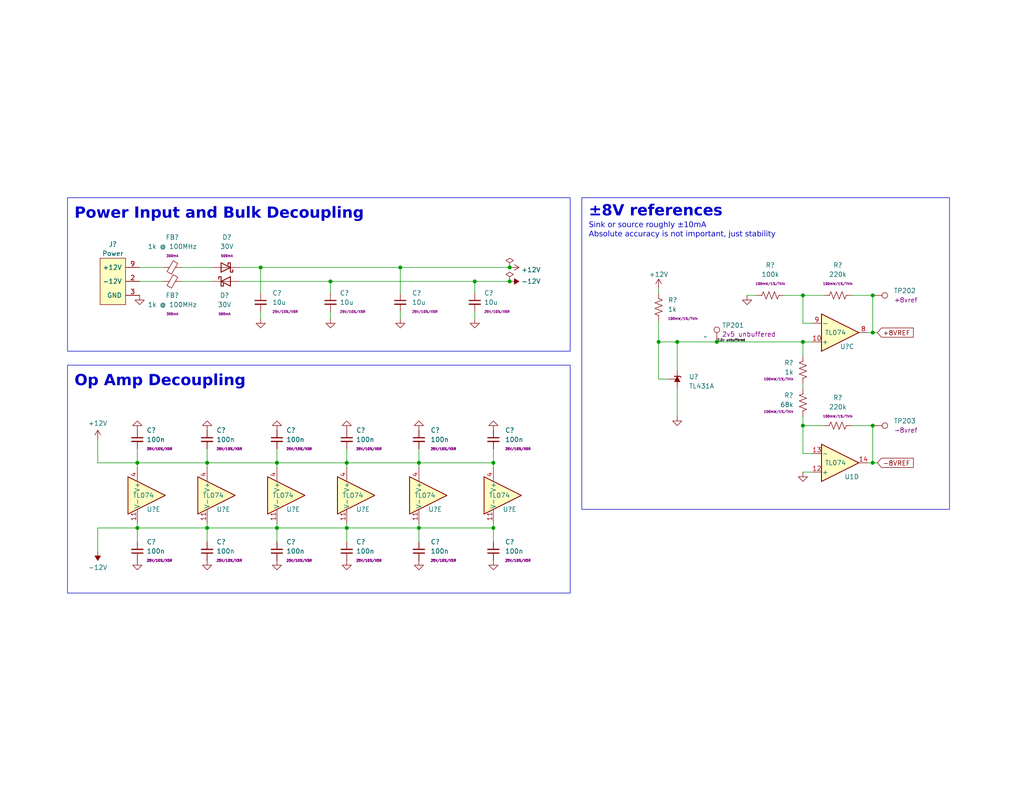
<source format=kicad_sch>
(kicad_sch (version 20250114) (generator "eeschema") (generator_version "9.0")
  (paper "USLetter")
  (title_block (title "Neptune") (date "2023-11-09") (rev "v3") (company "Winterbloom") (comment 1 "Carson Walls") (comment 2 "CERN-OHL-P v2") (comment 3 "neptune.wntr.dev"))
  (lib_symbols
    (symbol "Connector:TestPoint" (pin_numbers (hide yes)) (pin_names (offset 0.762) (hide yes))
      (property "Reference" "TP" (at 0 6.858 0))
      (property "Value" "TestPoint" (at 0 5.08 0))
      (symbol "TestPoint_0_1"
        (circle (center 0 3.302) (radius 0.762))
      )
      (symbol "TestPoint_1_1"
        (pin passive line (at 0 0 90) (length 2.54) (name "1") (number "1"))
      )
    )
    (symbol "Device:C_Small" (pin_numbers (hide yes)) (pin_names (offset 0.254) (hide yes))
      (property "Reference" "C" (at 0.254 1.778 0))
      (property "Value" "C_Small" (at 0.254 -2.032 0))
      (symbol "C_Small_0_1"
        (polyline (pts (xy -1.524 0.508) (xy 1.524 0.508)) (stroke (width 0.3048)))
        (polyline (pts (xy -1.524 -0.508) (xy 1.524 -0.508)) (stroke (width 0.3302)))
      )
      (symbol "C_Small_1_1"
        (pin passive line (at 0 2.54 270) (length 2.032) (name "~") (number "1"))
        (pin passive line (at 0 -2.54 90) (length 2.032) (name "~") (number "2"))
      )
    )
    (symbol "Device:FerriteBead_Small" (pin_numbers (hide yes)) (pin_names (offset 0))
      (property "Reference" "FB" (at 1.905 1.27 0))
      (property "Value" "FerriteBead_Small" (at 1.905 -1.27 0))
      (symbol "FerriteBead_Small_0_1"
        (polyline (pts (xy -1.8288 0.2794) (xy -1.1176 1.4986) (xy 1.8288 -0.2032) (xy 1.1176 -1.4224) (xy -1.8288 0.2794)))
        (polyline (pts (xy 0 0.889) (xy 0 1.2954)))
        (polyline (pts (xy 0 -1.27) (xy 0 -0.7874)))
      )
      (symbol "FerriteBead_Small_1_1"
        (pin passive line (at 0 2.54 270) (length 1.27) (name "~") (number "1"))
        (pin passive line (at 0 -2.54 90) (length 1.27) (name "~") (number "2"))
      )
    )
    (symbol "Device:R_US" (pin_numbers (hide yes)) (pin_names (offset 0))
      (property "Reference" "R" (at 2.54 0 90))
      (property "Value" "R_US" (at -2.54 0 90))
      (symbol "R_US_0_1"
        (polyline (pts (xy 0 2.286) (xy 0 2.54)))
        (polyline (pts (xy 0 2.286) (xy 1.016 1.905) (xy 0 1.524) (xy -1.016 1.143) (xy 0 0.762)))
        (polyline (pts (xy 0 0.762) (xy 1.016 0.381) (xy 0 0) (xy -1.016 -0.381) (xy 0 -0.762)))
        (polyline (pts (xy 0 -0.762) (xy 1.016 -1.143) (xy 0 -1.524) (xy -1.016 -1.905) (xy 0 -2.286)))
        (polyline (pts (xy 0 -2.286) (xy 0 -2.54)))
      )
      (symbol "R_US_1_1"
        (pin passive line (at 0 3.81 270) (length 1.27) (name "~") (number "1"))
        (pin passive line (at 0 -3.81 90) (length 1.27) (name "~") (number "2"))
      )
    )
    (symbol "Diode:1N5819" (pin_numbers (hide yes)) (pin_names (offset 1.016) (hide yes))
      (property "Reference" "D" (at 0 2.54 0))
      (property "Value" "1N5819" (at 0 -2.54 0))
      (symbol "1N5819_0_1"
        (polyline (pts (xy -1.905 0.635) (xy -1.905 1.27) (xy -1.27 1.27) (xy -1.27 -1.27) (xy -0.635 -1.27) (xy -0.635 -0.635)) (stroke (width 0.254)))
        (polyline (pts (xy 1.27 1.27) (xy 1.27 -1.27) (xy -1.27 0) (xy 1.27 1.27)) (stroke (width 0.254)))
        (polyline (pts (xy 1.27 0) (xy -1.27 0)))
      )
      (symbol "1N5819_1_1"
        (pin passive line (at -3.81 0 0) (length 2.54) (name "K") (number "1"))
        (pin passive line (at 3.81 0 180) (length 2.54) (name "A") (number "2"))
      )
    )
    (symbol "Reference_Voltage:TL431DBZ" (pin_numbers (hide yes)) (pin_names (hide yes))
      (property "Reference" "U" (at -2.54 2.54 0))
      (property "Value" "TL431DBZ" (at 0 -2.54 0))
      (symbol "TL431DBZ_0_1"
        (polyline (pts (xy -1.27 0) (xy 0 0) (xy 1.27 0)))
        (polyline (pts (xy -0.762 0.762) (xy 0.762 0) (xy -0.762 -0.762)) (fill (type outline)))
        (polyline (pts (xy 0.508 -1.016) (xy 0.762 -0.762) (xy 0.762 0.762) (xy 0.762 0.762)) (stroke (width 0.254)))
      )
      (symbol "TL431DBZ_1_1"
        (pin passive line (at -2.54 0 0) (length 2.54) (name "A") (number "3"))
        (pin passive line (at 0 2.54 270) (length 2.54) (name "REF") (number "2"))
        (pin passive line (at 2.54 0 180) (length 2.54) (name "K") (number "1"))
      )
    )
    (symbol "power:+12V" (power) (pin_names (offset 0))
      (property "Value" "+12V" (at 0 3.556 0))
      (symbol "+12V_0_1"
        (polyline (pts (xy -0.762 1.27) (xy 0 2.54)))
        (polyline (pts (xy 0 2.54) (xy 0.762 1.27)))
        (polyline (pts (xy 0 0) (xy 0 2.54)))
      )
      (symbol "+12V_1_1"
        (pin power_in line (at 0 0 90) (length 0) (hide yes) (name "+12V") (number "1"))
      )
    )
    (symbol "power:-12V" (power) (pin_names (offset 0))
      (property "Value" "-12V" (at 0 3.81 0))
      (symbol "-12V_0_0"
        (pin power_in line (at 0 0 90) (length 0) (hide yes) (name "-12V") (number "1"))
      )
      (symbol "-12V_0_1"
        (polyline (pts (xy 0 0) (xy 0 1.27) (xy 0.762 1.27) (xy 0 2.54) (xy -0.762 1.27) (xy 0 1.27)) (fill (type outline)))
      )
    )
    (symbol "power:GND" (power) (pin_names (offset 0))
      (property "Value" "GND" (at 0 -3.81 0))
      (symbol "GND_0_1"
        (polyline (pts (xy 0 0) (xy 0 -1.27) (xy 1.27 -1.27) (xy 0 -2.54) (xy -1.27 -1.27) (xy 0 -1.27)))
      )
      (symbol "GND_1_1"
        (pin power_in line (at 0 0 270) (length 0) (hide yes) (name "GND") (number "1"))
      )
    )
    (symbol "power:PWR_FLAG" (power) (pin_numbers (hide yes)) (pin_names (offset 0) (hide yes))
      (property "Value" "PWR_FLAG" (at 0 3.81 0))
      (symbol "PWR_FLAG_0_0"
        (pin power_out line (at 0 0 90) (length 0) (name "pwr") (number "1"))
      )
      (symbol "PWR_FLAG_0_1"
        (polyline (pts (xy 0 0) (xy 0 1.27) (xy -1.016 1.905) (xy 0 2.54) (xy 1.016 1.905) (xy 0 1.27)))
      )
    )
    (symbol "winterbloom:Eurorack_Power" (pin_names (offset 1.016))
      (property "Reference" "J" (at -0.635 7.62 0))
      (property "Value" "Eurorack_Power" (at 0 -7.62 0))
      (symbol "Eurorack_Power_0_1"
        (rectangle (start -3.175 6.35) (end 3.81 -6.35) (fill (type background)))
      )
      (symbol "Eurorack_Power_1_1"
        (pin passive line (at 7.62 3.81 180) (length 3.81) (hide yes) (name "+12V") (number "10"))
        (pin power_out line (at 7.62 3.81 180) (length 3.81) (name "+12V") (number "9"))
        (pin power_out line (at 7.62 0 180) (length 3.81) (hide yes) (name "-12V") (number "1"))
        (pin passive line (at 7.62 0 180) (length 3.81) (name "-12V") (number "2"))
        (pin power_out line (at 7.62 -3.81 180) (length 3.81) (name "GND") (number "3"))
        (pin passive line (at 7.62 -3.81 180) (length 3.81) (hide yes) (name "GND") (number "4"))
        (pin passive line (at 7.62 -3.81 180) (length 3.81) (hide yes) (name "GND") (number "5"))
        (pin passive line (at 7.62 -3.81 180) (length 3.81) (hide yes) (name "GND") (number "6"))
        (pin passive line (at 7.62 -3.81 180) (length 3.81) (hide yes) (name "GND") (number "7"))
        (pin passive line (at 7.62 -3.81 180) (length 3.81) (hide yes) (name "GND") (number "8"))
      )
    )
    (symbol "winterbloom:TL074" (pin_names (offset 0.127))
      (property "Reference" "U" (at 0 3.81 0))
      (property "Value" "TL074" (at 0 -3.81 0))
      (symbol "TL074_1_1"
        (polyline (pts (xy -5.08 5.08) (xy 5.08 0) (xy -5.08 -5.08) (xy -5.08 5.08)) (stroke (width 0.254)) (fill (type background)))
        (pin input line (at -7.62 2.54 0) (length 2.54) (name "+") (number "3"))
        (pin input line (at -7.62 -2.54 0) (length 2.54) (name "-") (number "2"))
        (pin output line (at 7.62 0 180) (length 2.54) (name "~") (number "1"))
      )
      (symbol "TL074_2_1"
        (polyline (pts (xy -5.08 5.08) (xy 5.08 0) (xy -5.08 -5.08) (xy -5.08 5.08)) (stroke (width 0.254)) (fill (type background)))
        (pin input line (at -7.62 2.54 0) (length 2.54) (name "+") (number "5"))
        (pin input line (at -7.62 -2.54 0) (length 2.54) (name "-") (number "6"))
        (pin output line (at 7.62 0 180) (length 2.54) (name "~") (number "7"))
      )
      (symbol "TL074_3_1"
        (polyline (pts (xy -5.08 5.08) (xy 5.08 0) (xy -5.08 -5.08) (xy -5.08 5.08)) (stroke (width 0.254)) (fill (type background)))
        (pin input line (at -7.62 2.54 0) (length 2.54) (name "+") (number "10"))
        (pin input line (at -7.62 -2.54 0) (length 2.54) (name "-") (number "9"))
        (pin output line (at 7.62 0 180) (length 2.54) (name "~") (number "8"))
      )
      (symbol "TL074_4_1"
        (polyline (pts (xy -5.08 5.08) (xy 5.08 0) (xy -5.08 -5.08) (xy -5.08 5.08)) (stroke (width 0.254)) (fill (type background)))
        (pin input line (at -7.62 2.54 0) (length 2.54) (name "+") (number "12"))
        (pin input line (at -7.62 -2.54 0) (length 2.54) (name "-") (number "13"))
        (pin output line (at 7.62 0 180) (length 2.54) (name "~") (number "14"))
      )
      (symbol "TL074_5_1"
        (polyline (pts (xy -5.08 5.08) (xy 5.08 0) (xy -5.08 -5.08) (xy -5.08 5.08)) (stroke (width 0.254)) (fill (type background)))
        (pin power_in line (at -2.54 7.62 270) (length 3.81) (name "V+") (number "4"))
        (pin power_in line (at -2.54 -7.62 90) (length 3.81) (name "V-") (number "11"))
      )
    )
  )
  (rectangle (start 18.415 99.695) (end 155.575 161.925))
  (rectangle (start 18.415 53.975) (end 155.575 95.885))
  (rectangle (start 158.75 53.975) (end 259.08 139.065))
  (text "Sink or source roughly ±10mA\nAbsolute accuracy is not important, just stability\n" (at 160.655 65.405 0) (effects (font (size 1.5 1.5)) (justify left bottom)))
  (text "Op Amp Decoupling" (at 20.32 106.68 0) (effects (font (size 3 3) (thickness 0.508) (bold yes)) (justify left bottom)))
  (text "Power Input and Bulk Decoupling" (at 20.32 60.96 0) (effects (font (size 3 3) (thickness 0.508) (bold yes)) (justify left bottom)))
  (text "±8V references" (at 160.655 60.325 0) (effects (font (size 3 3) (thickness 0.508) (bold yes)) (justify left bottom)))
  (junction (at 238.125 90.805))
  (junction (at 75.565 126.365))
  (junction (at 129.54 76.835))
  (junction (at 195.58 93.345))
  (junction (at 134.62 126.365))
  (junction (at 56.515 144.145))
  (junction (at 179.705 93.345))
  (junction (at 94.615 126.365))
  (junction (at 139.065 76.835))
  (junction (at 109.22 73.025))
  (junction (at 90.17 76.835))
  (junction (at 71.12 73.025))
  (junction (at 75.565 144.145))
  (junction (at 238.125 80.645))
  (junction (at 56.515 126.365))
  (junction (at 114.3 126.365))
  (junction (at 238.125 126.365))
  (junction (at 184.785 93.345))
  (junction (at 94.615 144.145))
  (junction (at 219.075 116.205))
  (junction (at 238.125 116.205))
  (junction (at 219.075 80.645))
  (junction (at 219.075 93.345))
  (junction (at 134.62 144.145))
  (junction (at 114.3 144.145))
  (junction (at 37.465 144.145))
  (junction (at 37.465 126.365))
  (junction (at 139.065 73.025))
  (wire (pts (xy 94.615 126.365) (xy 114.3 126.365)))
  (wire (pts (xy 219.075 123.825) (xy 219.075 116.205)))
  (wire (pts (xy 56.515 122.555) (xy 56.515 126.365)))
  (wire (pts (xy 184.785 93.345) (xy 184.785 100.965)))
  (wire (pts (xy 75.565 122.555) (xy 75.565 126.365)))
  (wire (pts (xy 26.67 144.145) (xy 26.67 150.495)))
  (wire (pts (xy 71.12 73.025) (xy 71.12 80.01)))
  (wire (pts (xy 37.465 126.365) (xy 56.515 126.365)))
  (wire (pts (xy 90.17 76.835) (xy 90.17 80.01)))
  (wire (pts (xy 134.62 142.875) (xy 134.62 144.145)))
  (wire (pts (xy 56.515 144.145) (xy 56.515 147.955)))
  (wire (pts (xy 56.515 126.365) (xy 56.515 127.635)))
  (wire (pts (xy 56.515 144.145) (xy 75.565 144.145)))
  (wire (pts (xy 37.465 144.145) (xy 37.465 147.955)))
  (wire (pts (xy 129.54 76.835) (xy 139.065 76.835)))
  (wire (pts (xy 49.53 73.025) (xy 57.785 73.025)))
  (wire (pts (xy 221.615 123.825) (xy 219.075 123.825)))
  (wire (pts (xy 232.41 116.205) (xy 238.125 116.205)))
  (wire (pts (xy 65.405 73.025) (xy 71.12 73.025)))
  (wire (pts (xy 71.12 73.025) (xy 109.22 73.025)))
  (wire (pts (xy 37.465 126.365) (xy 37.465 127.635)))
  (wire (pts (xy 182.245 103.505) (xy 179.705 103.505)))
  (wire (pts (xy 114.3 142.875) (xy 114.3 144.145)))
  (wire (pts (xy 94.615 126.365) (xy 94.615 127.635)))
  (wire (pts (xy 75.565 144.145) (xy 94.615 144.145)))
  (wire (pts (xy 114.3 144.145) (xy 114.3 147.955)))
  (wire (pts (xy 203.835 80.645) (xy 206.375 80.645)))
  (wire (pts (xy 37.465 122.555) (xy 37.465 126.365)))
  (wire (pts (xy 219.075 93.345) (xy 219.075 97.155)))
  (wire (pts (xy 179.705 87.63) (xy 179.705 93.345)))
  (wire (pts (xy 238.125 90.805) (xy 236.855 90.805)))
  (wire (pts (xy 75.565 144.145) (xy 75.565 147.955)))
  (wire (pts (xy 38.1 73.025) (xy 44.45 73.025)))
  (wire (pts (xy 129.54 86.995) (xy 129.54 85.09)))
  (wire (pts (xy 56.515 142.875) (xy 56.515 144.145)))
  (wire (pts (xy 238.125 126.365) (xy 236.855 126.365)))
  (wire (pts (xy 219.075 116.205) (xy 219.075 113.665)))
  (wire (pts (xy 134.62 144.145) (xy 134.62 147.955)))
  (wire (pts (xy 37.465 144.145) (xy 37.465 142.875)))
  (wire (pts (xy 114.3 122.555) (xy 114.3 126.365)))
  (wire (pts (xy 219.075 80.645) (xy 224.79 80.645)))
  (wire (pts (xy 219.075 116.205) (xy 224.79 116.205)))
  (wire (pts (xy 134.62 126.365) (xy 134.62 127.635)))
  (wire (pts (xy 219.075 128.905) (xy 221.615 128.905)))
  (wire (pts (xy 109.22 73.025) (xy 139.065 73.025)))
  (wire (pts (xy 114.3 144.145) (xy 134.62 144.145)))
  (wire (pts (xy 238.125 126.365) (xy 239.395 126.365)))
  (wire (pts (xy 129.54 76.835) (xy 129.54 80.01)))
  (wire (pts (xy 26.67 120.015) (xy 26.67 126.365)))
  (wire (pts (xy 114.3 126.365) (xy 114.3 127.635)))
  (wire (pts (xy 94.615 144.145) (xy 114.3 144.145)))
  (wire (pts (xy 49.53 76.835) (xy 57.785 76.835)))
  (wire (pts (xy 219.075 88.265) (xy 219.075 80.645)))
  (wire (pts (xy 232.41 80.645) (xy 238.125 80.645)))
  (wire (pts (xy 179.705 93.345) (xy 184.785 93.345)))
  (wire (pts (xy 195.58 93.345) (xy 219.075 93.345)))
  (wire (pts (xy 71.12 86.995) (xy 71.12 85.09)))
  (wire (pts (xy 109.22 86.995) (xy 109.22 85.09)))
  (wire (pts (xy 238.125 90.805) (xy 239.395 90.805)))
  (wire (pts (xy 109.22 73.025) (xy 109.22 80.01)))
  (wire (pts (xy 75.565 142.875) (xy 75.565 144.145)))
  (wire (pts (xy 65.405 76.835) (xy 90.17 76.835)))
  (wire (pts (xy 38.1 76.835) (xy 44.45 76.835)))
  (wire (pts (xy 26.67 144.145) (xy 37.465 144.145)))
  (wire (pts (xy 134.62 122.555) (xy 134.62 126.365)))
  (wire (pts (xy 90.17 76.835) (xy 129.54 76.835)))
  (wire (pts (xy 26.67 126.365) (xy 37.465 126.365)))
  (wire (pts (xy 75.565 126.365) (xy 94.615 126.365)))
  (wire (pts (xy 219.075 93.345) (xy 221.615 93.345)))
  (wire (pts (xy 213.995 80.645) (xy 219.075 80.645)))
  (wire (pts (xy 75.565 126.365) (xy 75.565 127.635)))
  (wire (pts (xy 184.785 93.345) (xy 195.58 93.345)))
  (wire (pts (xy 238.125 116.205) (xy 238.125 126.365)))
  (wire (pts (xy 238.125 80.645) (xy 238.125 90.805)))
  (wire (pts (xy 114.3 126.365) (xy 134.62 126.365)))
  (wire (pts (xy 37.465 144.145) (xy 56.515 144.145)))
  (wire (pts (xy 184.785 106.045) (xy 184.785 113.665)))
  (wire (pts (xy 94.615 144.145) (xy 94.615 147.955)))
  (wire (pts (xy 179.705 103.505) (xy 179.705 93.345)))
  (wire (pts (xy 94.615 122.555) (xy 94.615 126.365)))
  (wire (pts (xy 219.075 104.775) (xy 219.075 106.045)))
  (wire (pts (xy 179.705 78.74) (xy 179.705 80.01)))
  (wire (pts (xy 90.17 86.995) (xy 90.17 85.09)))
  (wire (pts (xy 56.515 126.365) (xy 75.565 126.365)))
  (wire (pts (xy 219.075 88.265) (xy 221.615 88.265)))
  (wire (pts (xy 94.615 142.875) (xy 94.615 144.145)))
  (label "2.5v unbuffered" (at 195.58 93.345 0) (effects (font (size 0.64 0.64))))
  (global_label "+8VREF" (shape input) (at 239.395 90.805 0) (property "Intersheetrefs" "${INTERSHEET_REFS}" (effects (hide yes))))
  (global_label "-8VREF" (shape input) (at 239.395 126.365 0) (property "Intersheetrefs" "${INTERSHEET_REFS}" (effects (hide yes))))
  (symbol (lib_id "winterbloom:TL074") (at 59.055 135.255 0) (unit 5)
    (property "Reference" "U2" (at 59.055 139.065 0) (effects (justify left)))
    (property "Value" "TL074" (at 55.245 135.255 0) (effects (justify left)))
    (property "Footprint" "Package_SO:TSSOP-14_4.4x5mm_P0.65mm" (effects (hide yes)))
    (property "Datasheet" "https://www.ti.com/lit/ds/symlink/tl071.pdf" (effects (hide yes)))
    (property "MPN" "TL074HIPWR" (effects (hide yes)))
    (property "DigiKey" "296-TL074HIPWRCT-ND" (effects (hide yes)))
    (property "LCSC" "C4370424" (effects (hide yes)))
    (property "Substitutes Allowed" "No" (effects (hide yes)))
    (property "Notes" "TL074H over TL074C due to better input offset voltage" (effects (hide yes)))
    (instances (project "VCA_0.3" (path "" (reference "U?") (unit 5))) (project "mainboard" (path "" (reference "U2") (unit 5))) (project "VCA" (path "" (reference "U?") (unit 5)) (path "" (reference "U?") (unit 5))))
  )
  (symbol (lib_id "Device:C_Small") (at 71.12 82.55 0) (unit 1)
    (property "Reference" "C201" (at 74.295 80.0163 0) (effects (justify left)))
    (property "Value" "10u" (at 74.295 82.5563 0) (effects (justify left)))
    (property "Footprint" "winterbloom:C_0805_HandSolder" (effects (hide yes)))
    (property "Notes" "Bulk cap" (effects (hide yes)))
    (property "Rating" "25V/10%/X5R" (at 74.295 85.0963 0) (effects (font (size 0.64 0.64)) (justify left)))
    (property "MPN" "GRM21BR61E106KA73K" (effects (hide yes)))
    (property "DigiKey" "490-16824-1-ND" (effects (hide yes)))
    (property "LCSC" "C3909351" (effects (hide yes)))
    (property "Substitutes Allowed" "Yes" (effects (hide yes)))
    (instances (project "board" (path "" (reference "C?") (unit 1))) (project "mainboard" (path "" (reference "C201") (unit 1))))
  )
  (symbol (lib_id "Diode:1N5819") (at 61.595 76.835 0) (unit 1)
    (property "Reference" "D202" (at 61.2775 80.645 0))
    (property "Value" "30V" (at 61.2775 83.185 0))
    (property "Footprint" "winterbloom:D_SOD-123+SOD-123F" (effects (hide yes)))
    (property "Datasheet" "http://www.vishay.com/docs/88525/1n5817.pdf" (effects (hide yes)))
    (property "Notes" "Power diode, any PMEGxxxxEGW part, 500mA If" (effects (hide yes)))
    (property "Rating" "500mA" (at 61.2775 85.725 0) (effects (font (size 0.64 0.64))))
    (property "MPN" "PMEG4005EH,115" (effects (hide yes)))
    (property "DigiKey" "1727-3876-1-ND" (effects (hide yes)))
    (property "LCSC" "C133636" (effects (hide yes)))
    (property "Substitutes Allowed" "Ask" (effects (hide yes)))
    (instances (project "board" (path "" (reference "D?") (unit 1))) (project "mainboard" (path "" (reference "D202") (unit 1))))
  )
  (symbol (lib_id "Device:C_Small") (at 94.615 150.495 0) (mirror x) (unit 1)
    (property "Reference" "C213" (at 97.155 147.955 0) (effects (justify left)))
    (property "Value" "100n" (at 97.155 150.495 0) (effects (justify left)))
    (property "Footprint" "winterbloom:C_0603_HandSolder" (effects (hide yes)))
    (property "Notes" "Bypass cap" (effects (hide yes)))
    (property "Rating" "25V/10%/X5R" (at 97.155 153.035 0) (effects (font (size 0.64 0.64)) (justify left)))
    (property "MPN" "CL10B104KB8NNNC" (effects (hide yes)))
    (property "DigiKey" "1276-1000-2-ND" (effects (hide yes)))
    (property "LCSC" "C1591" (effects (hide yes)))
    (property "Substitutes Allowed" "Yes" (effects (hide yes)))
    (instances (project "board" (path "" (reference "C?") (unit 1))) (project "mainboard" (path "" (reference "C213") (unit 1))) (project "VCA" (path "" (reference "C?") (unit 1)) (path "" (reference "C?") (unit 1))))
  )
  (symbol (lib_id "Reference_Voltage:TL431DBZ") (at 184.785 103.505 90) (unit 1)
    (property "Reference" "U201" (at 187.96 102.87 90) (effects (justify right)))
    (property "Value" "TL431A" (at 187.96 105.41 90) (effects (justify right)))
    (property "Footprint" "Package_TO_SOT_SMD:SOT-23" (effects (hide yes)))
    (property "Datasheet" "http://www.ti.com/lit/ds/symlink/tl431.pdf" (effects (hide yes)))
    (property "MPN" "TL431BSA-7, TL431AQDBZR,215; " (effects (hide yes)))
    (property "Rating" "1%" (effects (hide yes)))
    (property "DigiKey" "1727-4260-1-ND" (effects (hide yes)))
    (property "LCSC" "C79737" (effects (hide yes)))
    (property "Substitutes Allowed" "No" (effects (hide yes)))
    (instances (project "VCA_0.3" (path "" (reference "U?") (unit 1))) (project "mainboard" (path "" (reference "U201") (unit 1))) (project "VCA" (path "" (reference "U?") (unit 1)) (path "" (reference "U?") (unit 1))))
  )
  (symbol (lib_id "Device:C_Small") (at 134.62 150.495 0) (mirror x) (unit 1)
    (property "Reference" "C217" (at 137.795 147.955 0) (effects (justify left)))
    (property "Value" "100n" (at 137.795 150.495 0) (effects (justify left)))
    (property "Footprint" "winterbloom:C_0603_HandSolder" (effects (hide yes)))
    (property "Notes" "Bypass cap" (effects (hide yes)))
    (property "Rating" "25V/10%/X5R" (at 137.795 153.035 0) (effects (font (size 0.64 0.64)) (justify left)))
    (property "MPN" "CL10B104KB8NNNC" (effects (hide yes)))
    (property "DigiKey" "1276-1000-2-ND" (effects (hide yes)))
    (property "LCSC" "C1591" (effects (hide yes)))
    (property "Substitutes Allowed" "Yes" (effects (hide yes)))
    (instances (project "board" (path "" (reference "C?") (unit 1))) (project "mainboard" (path "" (reference "C217") (unit 1))) (project "VCA" (path "" (reference "C?") (unit 1)) (path "" (reference "C?") (unit 1))))
  )
  (symbol (lib_id "power:GND") (at 56.515 117.475 180) (unit 1)
    (property "Reference" "#PWR0206" (effects (hide yes)))
    (property "Value" "GND" (effects (hide yes)))
    (instances (project "board" (path "" (reference "#PWR?") (unit 1))) (project "mainboard" (path "" (reference "#PWR0206") (unit 1))) (project "VCA" (path "" (reference "#PWR?") (unit 1)) (path "" (reference "#PWR?") (unit 1))))
  )
  (symbol (lib_id "Device:R_US") (at 219.075 100.965 0) (mirror y) (unit 1)
    (property "Reference" "R203" (at 216.535 99.06 0) (effects (justify left)))
    (property "Value" "1k" (at 216.535 101.6 0) (effects (justify left)))
    (property "Footprint" "winterbloom:R_0603_HandSolder" (effects (hide yes)))
    (property "Rating" "100mW/1%/Thin" (at 216.535 103.505 0) (effects (font (size 0.64 0.64)) (justify left)))
    (property "DigiKey" "YAG2323TR-ND" (effects (hide yes)))
    (property "LCSC" "C375503" (effects (hide yes)))
    (property "Substitutes Allowed" "Yes" (effects (hide yes)))
    (property "MPN" "RT0603FRE071KL" (effects (hide yes)))
    (instances (project "board" (path "" (reference "R?") (unit 1))) (project "mainboard" (path "" (reference "R203") (unit 1))) (project "VCA" (path "" (reference "R?") (unit 1)) (path "" (reference "R?") (unit 1))))
  )
  (symbol (lib_id "power:GND") (at 203.835 80.645 0) (mirror y) (unit 1)
    (property "Reference" "#PWR0224" (effects (hide yes)))
    (property "Value" "GND" (effects (hide yes)))
    (instances (project "board" (path "" (reference "#PWR?") (unit 1))) (project "mainboard" (path "" (reference "#PWR0224") (unit 1))) (project "VCA" (path "" (reference "#PWR?") (unit 1)) (path "" (reference "#PWR?") (unit 1))))
  )
  (symbol (lib_id "power:GND") (at 134.62 117.475 180) (unit 1)
    (property "Reference" "#PWR0220" (effects (hide yes)))
    (property "Value" "GND" (effects (hide yes)))
    (instances (project "board" (path "" (reference "#PWR?") (unit 1))) (project "mainboard" (path "" (reference "#PWR0220") (unit 1))) (project "VCA" (path "" (reference "#PWR?") (unit 1)) (path "" (reference "#PWR?") (unit 1))))
  )
  (symbol (lib_id "winterbloom:TL074") (at 229.235 90.805 0) (mirror x) (unit 3)
    (property "Reference" "U1" (at 231.14 94.615 0))
    (property "Value" "TL074" (at 227.965 90.805 0))
    (property "Footprint" "Package_SO:TSSOP-14_4.4x5mm_P0.65mm" (effects (hide yes)))
    (property "Datasheet" "https://www.ti.com/lit/ds/symlink/tl071.pdf" (effects (hide yes)))
    (property "MPN" "TL074HIPWR" (effects (hide yes)))
    (property "DigiKey" "296-TL074HIPWRCT-ND" (effects (hide yes)))
    (property "LCSC" "C4370424" (effects (hide yes)))
    (property "Substitutes Allowed" "No" (effects (hide yes)))
    (property "Notes" "TL074H over TL074C due to better input offset voltage" (effects (hide yes)))
    (instances (project "VCA_0.3" (path "" (reference "U?") (unit 3))) (project "mainboard" (path "" (reference "U1") (unit 3))) (project "VCA" (path "" (reference "U?") (unit 3)) (path "" (reference "U?") (unit 3))))
  )
  (symbol (lib_id "Device:C_Small") (at 90.17 82.55 0) (unit 1)
    (property "Reference" "C202" (at 92.71 80.0163 0) (effects (justify left)))
    (property "Value" "10u" (at 92.71 82.5563 0) (effects (justify left)))
    (property "Footprint" "winterbloom:C_0805_HandSolder" (effects (hide yes)))
    (property "Notes" "Bulk cap" (effects (hide yes)))
    (property "Rating" "25V/10%/X5R" (at 92.71 85.0963 0) (effects (font (size 0.64 0.64)) (justify left)))
    (property "MPN" "GRM21BR61E106KA73K" (effects (hide yes)))
    (property "DigiKey" "490-16824-1-ND" (effects (hide yes)))
    (property "LCSC" "C3909351" (effects (hide yes)))
    (property "Substitutes Allowed" "Yes" (effects (hide yes)))
    (instances (project "board" (path "" (reference "C?") (unit 1))) (project "mainboard" (path "" (reference "C202") (unit 1))))
  )
  (symbol (lib_id "Device:C_Small") (at 37.465 120.015 0) (mirror y) (unit 1)
    (property "Reference" "C206" (at 40.005 117.4813 0) (effects (justify right)))
    (property "Value" "100n" (at 40.005 120.0213 0) (effects (justify right)))
    (property "Footprint" "winterbloom:C_0603_HandSolder" (effects (hide yes)))
    (property "Notes" "Bypass cap" (effects (hide yes)))
    (property "Rating" "25V/10%/X5R" (at 40.005 122.5613 0) (effects (font (size 0.64 0.64)) (justify right)))
    (property "MPN" "CL10B104KB8NNNC" (effects (hide yes)))
    (property "DigiKey" "1276-1000-2-ND" (effects (hide yes)))
    (property "LCSC" "C1591" (effects (hide yes)))
    (property "Substitutes Allowed" "Yes" (effects (hide yes)))
    (instances (project "board" (path "" (reference "C?") (unit 1))) (project "mainboard" (path "" (reference "C206") (unit 1))) (project "VCA" (path "" (reference "C?") (unit 1)) (path "" (reference "C?") (unit 1))))
  )
  (symbol (lib_id "Device:C_Small") (at 75.565 120.015 0) (mirror y) (unit 1)
    (property "Reference" "C210" (at 78.105 117.4813 0) (effects (justify right)))
    (property "Value" "100n" (at 78.105 120.0213 0) (effects (justify right)))
    (property "Footprint" "winterbloom:C_0603_HandSolder" (effects (hide yes)))
    (property "Notes" "Bypass cap" (effects (hide yes)))
    (property "Rating" "25V/10%/X5R" (at 78.105 122.5613 0) (effects (font (size 0.64 0.64)) (justify right)))
    (property "MPN" "CL10B104KB8NNNC" (effects (hide yes)))
    (property "DigiKey" "1276-1000-2-ND" (effects (hide yes)))
    (property "LCSC" "C1591" (effects (hide yes)))
    (property "Substitutes Allowed" "Yes" (effects (hide yes)))
    (instances (project "board" (path "" (reference "C?") (unit 1))) (project "mainboard" (path "" (reference "C210") (unit 1))) (project "VCA" (path "" (reference "C?") (unit 1)) (path "" (reference "C?") (unit 1))))
  )
  (symbol (lib_id "Device:FerriteBead_Small") (at 46.99 76.835 270) (unit 1)
    (property "Reference" "FB202" (at 47.0281 80.645 90))
    (property "Value" "1k @ 100MHz" (at 47.0281 83.185 90))
    (property "Footprint" "winterbloom:L_0603_HandSolder" (effects (hide yes)))
    (property "Rating" "300mA" (at 47.0281 85.725 90) (effects (font (size 0.64 0.64))))
    (property "MPN" "BLM18BD121SN1D" (effects (hide yes)))
    (property "DigiKey" "490-5212-1-ND" (effects (hide yes)))
    (property "LCSC" "C97851" (effects (hide yes)))
    (property "Substitutes Allowed" "Ask" (effects (hide yes)))
    (instances (project "board" (path "" (reference "FB?") (unit 1))) (project "mainboard" (path "" (reference "FB202") (unit 1))))
  )
  (symbol (lib_id "winterbloom:TL074") (at 78.105 135.255 0) (unit 5)
    (property "Reference" "U3" (at 78.105 139.065 0) (effects (justify left)))
    (property "Value" "TL074" (at 74.295 135.255 0) (effects (justify left)))
    (property "Footprint" "Package_SO:TSSOP-14_4.4x5mm_P0.65mm" (effects (hide yes)))
    (property "Datasheet" "https://www.ti.com/lit/ds/symlink/tl071.pdf" (effects (hide yes)))
    (property "MPN" "TL074HIPWR" (effects (hide yes)))
    (property "DigiKey" "296-TL074HIPWRCT-ND" (effects (hide yes)))
    (property "LCSC" "C4370424" (effects (hide yes)))
    (property "Substitutes Allowed" "No" (effects (hide yes)))
    (property "Notes" "TL074H over TL074C due to better input offset voltage" (effects (hide yes)))
    (instances (project "VCA_0.3" (path "" (reference "U?") (unit 5))) (project "mainboard" (path "" (reference "U3") (unit 5))) (project "VCA" (path "" (reference "U?") (unit 5)) (path "" (reference "U?") (unit 5))))
  )
  (symbol (lib_id "power:PWR_FLAG") (at 139.065 73.025 0) (unit 1)
    (property "Reference" "#FLG0201" (effects (hide yes)))
    (property "Value" "PWR_FLAG" (effects (hide yes)))
    (instances (project "board" (path "" (reference "#FLG?") (unit 1))) (project "mainboard" (path "" (reference "#FLG0201") (unit 1))))
  )
  (symbol (lib_id "power:GND") (at 114.3 153.035 0) (unit 1)
    (property "Reference" "#PWR0216" (effects (hide yes)))
    (property "Value" "GND" (effects (hide yes)))
    (instances (project "board" (path "" (reference "#PWR?") (unit 1))) (project "mainboard" (path "" (reference "#PWR0216") (unit 1))) (project "VCA" (path "" (reference "#PWR?") (unit 1)) (path "" (reference "#PWR?") (unit 1))))
  )
  (symbol (lib_id "winterbloom:TL074") (at 116.84 135.255 0) (unit 5)
    (property "Reference" "U5" (at 116.84 139.065 0) (effects (justify left)))
    (property "Value" "TL074" (at 113.03 135.255 0) (effects (justify left)))
    (property "Footprint" "Package_SO:TSSOP-14_4.4x5mm_P0.65mm" (effects (hide yes)))
    (property "Datasheet" "https://www.ti.com/lit/ds/symlink/tl071.pdf" (effects (hide yes)))
    (property "MPN" "TL074HIPWR" (effects (hide yes)))
    (property "DigiKey" "296-TL074HIPWRCT-ND" (effects (hide yes)))
    (property "LCSC" "C4370424" (effects (hide yes)))
    (property "Substitutes Allowed" "No" (effects (hide yes)))
    (property "Notes" "TL074H over TL074C due to better input offset voltage" (effects (hide yes)))
    (instances (project "VCA_0.3" (path "" (reference "U?") (unit 5))) (project "mainboard" (path "" (reference "U5") (unit 5))) (project "VCA" (path "" (reference "U?") (unit 5)) (path "" (reference "U?") (unit 5))))
  )
  (symbol (lib_id "winterbloom:TL074") (at 137.16 135.255 0) (unit 5)
    (property "Reference" "U6" (at 137.16 139.065 0) (effects (justify left)))
    (property "Value" "TL074" (at 133.35 135.255 0) (effects (justify left)))
    (property "Footprint" "Package_SO:TSSOP-14_4.4x5mm_P0.65mm" (effects (hide yes)))
    (property "Datasheet" "https://www.ti.com/lit/ds/symlink/tl071.pdf" (effects (hide yes)))
    (property "MPN" "TL074HIPWR" (effects (hide yes)))
    (property "DigiKey" "296-TL074HIPWRCT-ND" (effects (hide yes)))
    (property "LCSC" "C4370424" (effects (hide yes)))
    (property "Substitutes Allowed" "No" (effects (hide yes)))
    (property "Notes" "TL074H over TL074C due to better input offset voltage" (effects (hide yes)))
    (instances (project "VCA_0.3" (path "" (reference "U?") (unit 5))) (project "mainboard" (path "" (reference "U6") (unit 5))) (project "VCA" (path "" (reference "U?") (unit 5)) (path "" (reference "U?") (unit 5))))
  )
  (symbol (lib_id "Connector:TestPoint") (at 238.125 116.205 270) (unit 1)
    (property "Reference" "TP203" (at 243.84 114.935 90) (effects (justify left)))
    (property "Value" "~" (at 244.475 117.475 90) (effects (justify left)))
    (property "Footprint" "TestPoint:TestPoint_Pad_D1.5mm" (effects (hide yes)))
    (property "Name" "-8vref" (at 243.84 117.475 90) (effects (justify left)))
  )
  (symbol (lib_id "power:+12V") (at 179.705 78.74 0) (unit 1)
    (property "Reference" "#PWR0222" (effects (hide yes)))
    (property "Value" "+12V" (at 179.705 74.93 0))
    (instances (project "VCA_0.3" (path "" (reference "#PWR?") (unit 1))) (project "mainboard" (path "" (reference "#PWR0222") (unit 1))) (project "VCA" (path "" (reference "#PWR?") (unit 1)) (path "" (reference "#PWR?") (unit 1))))
  )
  (symbol (lib_id "power:+12V") (at 139.065 73.025 270) (unit 1)
    (property "Reference" "#PWR0218" (effects (hide yes)))
    (property "Value" "+12V" (at 142.24 73.66 90) (effects (justify left)))
    (instances (project "board" (path "" (reference "#PWR?") (unit 1))) (project "mainboard" (path "" (reference "#PWR0218") (unit 1))))
  )
  (symbol (lib_id "power:GND") (at 56.515 153.035 0) (unit 1)
    (property "Reference" "#PWR0207" (effects (hide yes)))
    (property "Value" "GND" (effects (hide yes)))
    (instances (project "board" (path "" (reference "#PWR?") (unit 1))) (project "mainboard" (path "" (reference "#PWR0207") (unit 1))) (project "VCA" (path "" (reference "#PWR?") (unit 1)) (path "" (reference "#PWR?") (unit 1))))
  )
  (symbol (lib_id "power:+12V") (at 26.67 120.015 0) (unit 1)
    (property "Reference" "#PWR0201" (effects (hide yes)))
    (property "Value" "+12V" (at 26.67 115.57 0))
    (instances (project "VCA_0.3" (path "" (reference "#PWR?") (unit 1))) (project "mainboard" (path "" (reference "#PWR0201") (unit 1))) (project "VCA" (path "" (reference "#PWR?") (unit 1)) (path "" (reference "#PWR?") (unit 1))))
  )
  (symbol (lib_id "Device:C_Small") (at 37.465 150.495 0) (mirror x) (unit 1)
    (property "Reference" "C207" (at 40.005 147.955 0) (effects (justify left)))
    (property "Value" "100n" (at 40.005 150.495 0) (effects (justify left)))
    (property "Footprint" "winterbloom:C_0603_HandSolder" (effects (hide yes)))
    (property "Notes" "Bypass cap" (effects (hide yes)))
    (property "Rating" "25V/10%/X5R" (at 40.005 153.035 0) (effects (font (size 0.64 0.64)) (justify left)))
    (property "MPN" "CL10B104KB8NNNC" (effects (hide yes)))
    (property "DigiKey" "1276-1000-2-ND" (effects (hide yes)))
    (property "LCSC" "C1591" (effects (hide yes)))
    (property "Substitutes Allowed" "Yes" (effects (hide yes)))
    (instances (project "board" (path "" (reference "C?") (unit 1))) (project "mainboard" (path "" (reference "C207") (unit 1))) (project "VCA" (path "" (reference "C?") (unit 1)) (path "" (reference "C?") (unit 1))))
  )
  (symbol (lib_id "power:-12V") (at 139.065 76.835 270) (unit 1)
    (property "Reference" "#PWR0219" (effects (hide yes)))
    (property "Value" "-12V" (at 142.24 76.835 90) (effects (justify left)))
    (instances (project "board" (path "" (reference "#PWR?") (unit 1))) (project "mainboard" (path "" (reference "#PWR0219") (unit 1))))
  )
  (symbol (lib_id "power:GND") (at 75.565 153.035 0) (unit 1)
    (property "Reference" "#PWR0210" (effects (hide yes)))
    (property "Value" "GND" (effects (hide yes)))
    (instances (project "board" (path "" (reference "#PWR?") (unit 1))) (project "mainboard" (path "" (reference "#PWR0210") (unit 1))) (project "VCA" (path "" (reference "#PWR?") (unit 1)) (path "" (reference "#PWR?") (unit 1))))
  )
  (symbol (lib_id "Diode:1N5819") (at 61.595 73.025 180) (unit 1)
    (property "Reference" "D201" (at 61.9125 64.77 0))
    (property "Value" "30V" (at 61.9125 67.31 0))
    (property "Footprint" "winterbloom:D_SOD-123+SOD-123F" (effects (hide yes)))
    (property "Datasheet" "http://www.vishay.com/docs/88525/1n5817.pdf" (effects (hide yes)))
    (property "Notes" "Power diode, any PMEGxxxxEGW part, 500mA If" (effects (hide yes)))
    (property "Rating" "500mA" (at 61.9125 69.85 0) (effects (font (size 0.64 0.64))))
    (property "MPN" "PMEG4005EH,115" (effects (hide yes)))
    (property "DigiKey" "1727-3876-1-ND" (effects (hide yes)))
    (property "LCSC" "C133636" (effects (hide yes)))
    (property "Substitutes Allowed" "Ask" (effects (hide yes)))
    (instances (project "board" (path "" (reference "D?") (unit 1))) (project "mainboard" (path "" (reference "D201") (unit 1))))
  )
  (symbol (lib_id "Device:R_US") (at 228.6 116.205 270) (unit 1)
    (property "Reference" "R206" (at 228.6 108.585 90))
    (property "Value" "220k" (at 228.6 111.125 90))
    (property "Footprint" "winterbloom:R_0603_HandSolder" (effects (hide yes)))
    (property "Rating" "100mW/1%/Thin" (at 228.6 113.665 90) (effects (font (size 0.64 0.64))))
    (property "DigiKey" "YAG5946CT-ND" (effects (hide yes)))
    (property "LCSC" "C706140" (effects (hide yes)))
    (property "Substitutes Allowed" "Yes" (effects (hide yes)))
    (property "MPN" "RT0603FRE07220KL" (effects (hide yes)))
    (instances (project "board" (path "" (reference "R?") (unit 1))) (project "mainboard" (path "" (reference "R206") (unit 1))) (project "VCA" (path "" (reference "R?") (unit 1)) (path "" (reference "R?") (unit 1))))
  )
  (symbol (lib_id "Device:C_Small") (at 134.62 120.015 0) (mirror y) (unit 1)
    (property "Reference" "C216" (at 137.795 117.4813 0) (effects (justify right)))
    (property "Value" "100n" (at 137.795 120.0213 0) (effects (justify right)))
    (property "Footprint" "winterbloom:C_0603_HandSolder" (effects (hide yes)))
    (property "Notes" "Bypass cap" (effects (hide yes)))
    (property "Rating" "25V/10%/X5R" (at 137.795 122.5613 0) (effects (font (size 0.64 0.64)) (justify right)))
    (property "MPN" "CL10B104KB8NNNC" (effects (hide yes)))
    (property "DigiKey" "1276-1000-2-ND" (effects (hide yes)))
    (property "LCSC" "C1591" (effects (hide yes)))
    (property "Substitutes Allowed" "Yes" (effects (hide yes)))
    (instances (project "board" (path "" (reference "C?") (unit 1))) (project "mainboard" (path "" (reference "C216") (unit 1))) (project "VCA" (path "" (reference "C?") (unit 1)) (path "" (reference "C?") (unit 1))))
  )
  (symbol (lib_id "power:GND") (at 90.17 86.995 0) (unit 1)
    (property "Reference" "#PWR0211" (effects (hide yes)))
    (property "Value" "GND" (effects (hide yes)))
    (instances (project "board" (path "" (reference "#PWR?") (unit 1))) (project "mainboard" (path "" (reference "#PWR0211") (unit 1))))
  )
  (symbol (lib_id "Device:C_Small") (at 129.54 82.55 0) (unit 1)
    (property "Reference" "C204" (at 132.08 80.0163 0) (effects (justify left)))
    (property "Value" "10u" (at 132.08 82.5563 0) (effects (justify left)))
    (property "Footprint" "winterbloom:C_0805_HandSolder" (effects (hide yes)))
    (property "Notes" "Bulk cap" (effects (hide yes)))
    (property "Rating" "25V/10%/X5R" (at 132.08 85.0963 0) (effects (font (size 0.64 0.64)) (justify left)))
    (property "MPN" "GRM21BR61E106KA73K" (effects (hide yes)))
    (property "DigiKey" "490-16824-1-ND" (effects (hide yes)))
    (property "LCSC" "C3909351" (effects (hide yes)))
    (property "Substitutes Allowed" "Yes" (effects (hide yes)))
    (instances (project "board" (path "" (reference "C?") (unit 1))) (project "mainboard" (path "" (reference "C204") (unit 1))))
  )
  (symbol (lib_id "power:GND") (at 109.22 86.995 0) (unit 1)
    (property "Reference" "#PWR0214" (effects (hide yes)))
    (property "Value" "GND" (effects (hide yes)))
    (instances (project "board" (path "" (reference "#PWR?") (unit 1))) (project "mainboard" (path "" (reference "#PWR0214") (unit 1))))
  )
  (symbol (lib_id "Device:C_Small") (at 114.3 150.495 0) (mirror x) (unit 1)
    (property "Reference" "C215" (at 117.475 147.955 0) (effects (justify left)))
    (property "Value" "100n" (at 117.475 150.495 0) (effects (justify left)))
    (property "Footprint" "winterbloom:C_0603_HandSolder" (effects (hide yes)))
    (property "Notes" "Bypass cap" (effects (hide yes)))
    (property "Rating" "25V/10%/X5R" (at 117.475 153.035 0) (effects (font (size 0.64 0.64)) (justify left)))
    (property "MPN" "CL10B104KB8NNNC" (effects (hide yes)))
    (property "DigiKey" "1276-1000-2-ND" (effects (hide yes)))
    (property "LCSC" "C1591" (effects (hide yes)))
    (property "Substitutes Allowed" "Yes" (effects (hide yes)))
    (instances (project "board" (path "" (reference "C?") (unit 1))) (project "mainboard" (path "" (reference "C215") (unit 1))) (project "VCA" (path "" (reference "C?") (unit 1)) (path "" (reference "C?") (unit 1))))
  )
  (symbol (lib_id "Device:R_US") (at 179.705 83.82 0) (unit 1)
    (property "Reference" "R201" (at 182.245 81.915 0) (effects (justify left)))
    (property "Value" "1k" (at 182.245 84.455 0) (effects (justify left)))
    (property "Footprint" "winterbloom:R_0603_HandSolder" (effects (hide yes)))
    (property "Rating" "100mW/1%/Thin" (at 182.245 86.995 0) (effects (font (size 0.64 0.64)) (justify left)))
    (property "DigiKey" "YAG2323TR-ND" (effects (hide yes)))
    (property "LCSC" "C375503" (effects (hide yes)))
    (property "Substitutes Allowed" "Yes" (effects (hide yes)))
    (property "MPN" "RT0603FRE071KL" (effects (hide yes)))
    (instances (project "board" (path "" (reference "R?") (unit 1))) (project "mainboard" (path "" (reference "R201") (unit 1))) (project "VCA" (path "" (reference "R?") (unit 1)) (path "" (reference "R?") (unit 1))))
  )
  (symbol (lib_id "Device:C_Small") (at 75.565 150.495 0) (mirror x) (unit 1)
    (property "Reference" "C211" (at 78.105 147.955 0) (effects (justify left)))
    (property "Value" "100n" (at 78.105 150.495 0) (effects (justify left)))
    (property "Footprint" "winterbloom:C_0603_HandSolder" (effects (hide yes)))
    (property "Notes" "Bypass cap" (effects (hide yes)))
    (property "Rating" "25V/10%/X5R" (at 78.105 153.035 0) (effects (font (size 0.64 0.64)) (justify left)))
    (property "MPN" "CL10B104KB8NNNC" (effects (hide yes)))
    (property "DigiKey" "1276-1000-2-ND" (effects (hide yes)))
    (property "LCSC" "C1591" (effects (hide yes)))
    (property "Substitutes Allowed" "Yes" (effects (hide yes)))
    (instances (project "board" (path "" (reference "C?") (unit 1))) (project "mainboard" (path "" (reference "C211") (unit 1))) (project "VCA" (path "" (reference "C?") (unit 1)) (path "" (reference "C?") (unit 1))))
  )
  (symbol (lib_id "power:GND") (at 129.54 86.995 0) (unit 1)
    (property "Reference" "#PWR0217" (effects (hide yes)))
    (property "Value" "GND" (effects (hide yes)))
    (instances (project "board" (path "" (reference "#PWR?") (unit 1))) (project "mainboard" (path "" (reference "#PWR0217") (unit 1))))
  )
  (symbol (lib_id "power:GND") (at 219.075 128.905 0) (mirror y) (unit 1)
    (property "Reference" "#PWR0225" (effects (hide yes)))
    (property "Value" "GND" (effects (hide yes)))
    (instances (project "board" (path "" (reference "#PWR?") (unit 1))) (project "mainboard" (path "" (reference "#PWR0225") (unit 1))) (project "VCA" (path "" (reference "#PWR?") (unit 1)) (path "" (reference "#PWR?") (unit 1))))
  )
  (symbol (lib_id "Device:C_Small") (at 56.515 120.015 0) (mirror y) (unit 1)
    (property "Reference" "C208" (at 59.055 117.4813 0) (effects (justify right)))
    (property "Value" "100n" (at 59.055 120.0213 0) (effects (justify right)))
    (property "Footprint" "winterbloom:C_0603_HandSolder" (effects (hide yes)))
    (property "Notes" "Bypass cap" (effects (hide yes)))
    (property "Rating" "25V/10%/X5R" (at 59.055 122.5613 0) (effects (font (size 0.64 0.64)) (justify right)))
    (property "MPN" "CL10B104KB8NNNC" (effects (hide yes)))
    (property "DigiKey" "1276-1000-2-ND" (effects (hide yes)))
    (property "LCSC" "C1591" (effects (hide yes)))
    (property "Substitutes Allowed" "Yes" (effects (hide yes)))
    (instances (project "board" (path "" (reference "C?") (unit 1))) (project "mainboard" (path "" (reference "C208") (unit 1))) (project "VCA" (path "" (reference "C?") (unit 1)) (path "" (reference "C?") (unit 1))))
  )
  (symbol (lib_id "Device:C_Small") (at 109.22 82.55 0) (unit 1)
    (property "Reference" "C203" (at 112.395 80.0163 0) (effects (justify left)))
    (property "Value" "10u" (at 112.395 82.5563 0) (effects (justify left)))
    (property "Footprint" "winterbloom:C_0805_HandSolder" (effects (hide yes)))
    (property "Notes" "Bulk cap" (effects (hide yes)))
    (property "Rating" "25V/10%/X5R" (at 112.395 85.0963 0) (effects (font (size 0.64 0.64)) (justify left)))
    (property "MPN" "GRM21BR61E106KA73K" (effects (hide yes)))
    (property "DigiKey" "490-16824-1-ND" (effects (hide yes)))
    (property "LCSC" "C3909351" (effects (hide yes)))
    (property "Substitutes Allowed" "Yes" (effects (hide yes)))
    (instances (project "board" (path "" (reference "C?") (unit 1))) (project "mainboard" (path "" (reference "C203") (unit 1))))
  )
  (symbol (lib_id "power:GND") (at 37.465 117.475 180) (unit 1)
    (property "Reference" "#PWR0204" (effects (hide yes)))
    (property "Value" "GND" (effects (hide yes)))
    (instances (project "board" (path "" (reference "#PWR?") (unit 1))) (project "mainboard" (path "" (reference "#PWR0204") (unit 1))) (project "VCA" (path "" (reference "#PWR?") (unit 1)) (path "" (reference "#PWR?") (unit 1))))
  )
  (symbol (lib_id "power:GND") (at 94.615 153.035 0) (unit 1)
    (property "Reference" "#PWR0213" (effects (hide yes)))
    (property "Value" "GND" (effects (hide yes)))
    (instances (project "board" (path "" (reference "#PWR?") (unit 1))) (project "mainboard" (path "" (reference "#PWR0213") (unit 1))) (project "VCA" (path "" (reference "#PWR?") (unit 1)) (path "" (reference "#PWR?") (unit 1))))
  )
  (symbol (lib_id "Device:R_US") (at 210.185 80.645 270) (unit 1)
    (property "Reference" "R202" (at 210.185 72.39 90))
    (property "Value" "100k" (at 210.185 74.93 90))
    (property "Footprint" "winterbloom:R_0603_HandSolder" (effects (hide yes)))
    (property "Rating" "100mW/1%/Thin" (at 210.185 77.47 90) (effects (font (size 0.64 0.64))))
    (property "DigiKey" "13-RT0603FRE13100KLTR-ND" (effects (hide yes)))
    (property "LCSC" "C4107493" (effects (hide yes)))
    (property "Substitutes Allowed" "Yes" (effects (hide yes)))
    (property "MPN" "RT0603FRE13100KL" (effects (hide yes)))
    (instances (project "board" (path "" (reference "R?") (unit 1))) (project "mainboard" (path "" (reference "R202") (unit 1))) (project "VCA" (path "" (reference "R?") (unit 1)) (path "" (reference "R?") (unit 1))))
  )
  (symbol (lib_id "winterbloom:Eurorack_Power") (at 30.48 76.835 0) (unit 1)
    (property "Reference" "J201" (at 30.7975 66.675 0))
    (property "Value" "Power" (at 30.7975 69.215 0))
    (property "Footprint" "winterbloom:Eurorack_Power_2x5_Shrouded_Lock_LongPads" (effects (hide yes)))
    (property "Datasheet" "https://static6.arrow.com/aropdfconversion/1507f1621f4e67855dd466ebb3ac550d52564a9d/32302-sxx1.pdf" (effects (hide yes)))
    (property "MPN" "302-S101" (effects (hide yes)))
    (instances (project "board" (path "" (reference "J?") (unit 1))) (project "mainboard" (path "" (reference "J201") (unit 1))))
  )
  (symbol (lib_id "Device:C_Small") (at 94.615 120.015 0) (mirror y) (unit 1)
    (property "Reference" "C212" (at 97.155 117.4813 0) (effects (justify right)))
    (property "Value" "100n" (at 97.155 120.0213 0) (effects (justify right)))
    (property "Footprint" "winterbloom:C_0603_HandSolder" (effects (hide yes)))
    (property "Notes" "Bypass cap" (effects (hide yes)))
    (property "Rating" "25V/10%/X5R" (at 97.155 122.5613 0) (effects (font (size 0.64 0.64)) (justify right)))
    (property "MPN" "CL10B104KB8NNNC" (effects (hide yes)))
    (property "DigiKey" "1276-1000-2-ND" (effects (hide yes)))
    (property "LCSC" "C1591" (effects (hide yes)))
    (property "Substitutes Allowed" "Yes" (effects (hide yes)))
    (instances (project "board" (path "" (reference "C?") (unit 1))) (project "mainboard" (path "" (reference "C212") (unit 1))) (project "VCA" (path "" (reference "C?") (unit 1)) (path "" (reference "C?") (unit 1))))
  )
  (symbol (lib_id "Device:C_Small") (at 56.515 150.495 0) (mirror x) (unit 1)
    (property "Reference" "C209" (at 59.055 147.955 0) (effects (justify left)))
    (property "Value" "100n" (at 59.055 150.495 0) (effects (justify left)))
    (property "Footprint" "winterbloom:C_0603_HandSolder" (effects (hide yes)))
    (property "Notes" "Bypass cap" (effects (hide yes)))
    (property "Rating" "25V/10%/X5R" (at 59.055 153.035 0) (effects (font (size 0.64 0.64)) (justify left)))
    (property "MPN" "CL10B104KB8NNNC" (effects (hide yes)))
    (property "DigiKey" "1276-1000-2-ND" (effects (hide yes)))
    (property "LCSC" "C1591" (effects (hide yes)))
    (property "Substitutes Allowed" "Yes" (effects (hide yes)))
    (instances (project "board" (path "" (reference "C?") (unit 1))) (project "mainboard" (path "" (reference "C209") (unit 1))) (project "VCA" (path "" (reference "C?") (unit 1)) (path "" (reference "C?") (unit 1))))
  )
  (symbol (lib_id "Device:R_US") (at 228.6 80.645 270) (unit 1)
    (property "Reference" "R205" (at 228.6 72.39 90))
    (property "Value" "220k" (at 228.6 74.93 90))
    (property "Footprint" "winterbloom:R_0603_HandSolder" (effects (hide yes)))
    (property "Rating" "100mW/1%/Thin" (at 228.6 77.47 90) (effects (font (size 0.64 0.64))))
    (property "DigiKey" "YAG5946CT-ND" (effects (hide yes)))
    (property "LCSC" "C706140" (effects (hide yes)))
    (property "Substitutes Allowed" "Yes" (effects (hide yes)))
    (property "MPN" "RT0603FRE07220KL" (effects (hide yes)))
    (instances (project "board" (path "" (reference "R?") (unit 1))) (project "mainboard" (path "" (reference "R205") (unit 1))) (project "VCA" (path "" (reference "R?") (unit 1)) (path "" (reference "R?") (unit 1))))
  )
  (symbol (lib_id "power:GND") (at 184.785 113.665 0) (mirror y) (unit 1)
    (property "Reference" "#PWR0223" (effects (hide yes)))
    (property "Value" "GND" (effects (hide yes)))
    (instances (project "board" (path "" (reference "#PWR?") (unit 1))) (project "mainboard" (path "" (reference "#PWR0223") (unit 1))) (project "VCA" (path "" (reference "#PWR?") (unit 1)) (path "" (reference "#PWR?") (unit 1))))
  )
  (symbol (lib_id "power:GND") (at 94.615 117.475 180) (unit 1)
    (property "Reference" "#PWR0212" (effects (hide yes)))
    (property "Value" "GND" (effects (hide yes)))
    (instances (project "board" (path "" (reference "#PWR?") (unit 1))) (project "mainboard" (path "" (reference "#PWR0212") (unit 1))) (project "VCA" (path "" (reference "#PWR?") (unit 1)) (path "" (reference "#PWR?") (unit 1))))
  )
  (symbol (lib_id "power:PWR_FLAG") (at 139.065 76.835 0) (unit 1)
    (property "Reference" "#FLG0202" (effects (hide yes)))
    (property "Value" "PWR_FLAG" (effects (hide yes)))
    (instances (project "board" (path "" (reference "#FLG?") (unit 1))) (project "mainboard" (path "" (reference "#FLG0202") (unit 1))))
  )
  (symbol (lib_id "Device:FerriteBead_Small") (at 46.99 73.025 270) (unit 1)
    (property "Reference" "FB201" (at 47.0281 64.77 90))
    (property "Value" "1k @ 100MHz" (at 47.0281 67.31 90))
    (property "Footprint" "winterbloom:L_0603_HandSolder" (effects (hide yes)))
    (property "Rating" "300mA" (at 47.0281 69.85 90) (effects (font (size 0.64 0.64))))
    (property "MPN" "BLM18BD121SN1D" (effects (hide yes)))
    (property "DigiKey" "490-5212-1-ND" (effects (hide yes)))
    (property "LCSC" "C97851" (effects (hide yes)))
    (property "Substitutes Allowed" "Ask" (effects (hide yes)))
    (instances (project "board" (path "" (reference "FB?") (unit 1))) (project "mainboard" (path "" (reference "FB201") (unit 1))))
  )
  (symbol (lib_id "winterbloom:TL074") (at 97.155 135.255 0) (unit 5)
    (property "Reference" "U4" (at 97.155 139.065 0) (effects (justify left)))
    (property "Value" "TL074" (at 93.345 135.255 0) (effects (justify left)))
    (property "Footprint" "Package_SO:TSSOP-14_4.4x5mm_P0.65mm" (effects (hide yes)))
    (property "Datasheet" "https://www.ti.com/lit/ds/symlink/tl071.pdf" (effects (hide yes)))
    (property "MPN" "TL074HIPWR" (effects (hide yes)))
    (property "DigiKey" "296-TL074HIPWRCT-ND" (effects (hide yes)))
    (property "LCSC" "C4370424" (effects (hide yes)))
    (property "Substitutes Allowed" "No" (effects (hide yes)))
    (property "Notes" "TL074H over TL074C due to better input offset voltage" (effects (hide yes)))
    (instances (project "VCA_0.3" (path "" (reference "U?") (unit 5))) (project "mainboard" (path "" (reference "U4") (unit 5))) (project "VCA" (path "" (reference "U?") (unit 5)) (path "" (reference "U?") (unit 5))))
  )
  (symbol (lib_id "Connector:TestPoint") (at 238.125 80.645 270) (mirror x) (unit 1)
    (property "Reference" "TP202" (at 243.84 79.375 90) (effects (justify left)))
    (property "Value" "~" (at 244.475 81.915 90) (effects (justify left)))
    (property "Footprint" "TestPoint:TestPoint_Pad_D1.5mm" (effects (hide yes)))
    (property "Name" "+8vref" (at 243.84 81.915 90) (effects (justify left)))
  )
  (symbol (lib_id "winterbloom:TL074") (at 40.005 135.255 0) (unit 5)
    (property "Reference" "U1" (at 40.005 139.065 0) (effects (justify left)))
    (property "Value" "TL074" (at 36.195 135.255 0) (effects (justify left)))
    (property "Footprint" "Package_SO:TSSOP-14_4.4x5mm_P0.65mm" (effects (hide yes)))
    (property "Datasheet" "https://www.ti.com/lit/ds/symlink/tl071.pdf" (effects (hide yes)))
    (property "MPN" "TL074HIPWR" (effects (hide yes)))
    (property "DigiKey" "296-TL074HIPWRCT-ND" (effects (hide yes)))
    (property "LCSC" "C4370424" (effects (hide yes)))
    (property "Substitutes Allowed" "No" (effects (hide yes)))
    (property "Notes" "TL074H over TL074C due to better input offset voltage" (effects (hide yes)))
    (instances (project "VCA_0.3" (path "" (reference "U?") (unit 5))) (project "mainboard" (path "" (reference "U1") (unit 5))) (project "VCA" (path "" (reference "U?") (unit 5)) (path "" (reference "U?") (unit 5))))
  )
  (symbol (lib_id "Connector:TestPoint") (at 195.58 93.345 0) (mirror y) (unit 1)
    (property "Reference" "TP201" (at 196.977 88.8309 0) (effects (justify right)))
    (property "Value" "~" (at 193.04 91.948 0) (effects (justify left)))
    (property "Footprint" "TestPoint:TestPoint_Pad_D1.5mm" (effects (hide yes)))
    (property "Name" "2v5 unbuffered" (at 196.977 91.2551 0) (effects (justify right)))
  )
  (symbol (lib_id "power:GND") (at 114.3 117.475 180) (unit 1)
    (property "Reference" "#PWR0215" (effects (hide yes)))
    (property "Value" "GND" (effects (hide yes)))
    (instances (project "board" (path "" (reference "#PWR?") (unit 1))) (project "mainboard" (path "" (reference "#PWR0215") (unit 1))) (project "VCA" (path "" (reference "#PWR?") (unit 1)) (path "" (reference "#PWR?") (unit 1))))
  )
  (symbol (lib_id "power:GND") (at 75.565 117.475 180) (unit 1)
    (property "Reference" "#PWR0209" (effects (hide yes)))
    (property "Value" "GND" (effects (hide yes)))
    (instances (project "board" (path "" (reference "#PWR?") (unit 1))) (project "mainboard" (path "" (reference "#PWR0209") (unit 1))) (project "VCA" (path "" (reference "#PWR?") (unit 1)) (path "" (reference "#PWR?") (unit 1))))
  )
  (symbol (lib_id "power:GND") (at 134.62 153.035 0) (unit 1)
    (property "Reference" "#PWR0221" (effects (hide yes)))
    (property "Value" "GND" (effects (hide yes)))
    (instances (project "board" (path "" (reference "#PWR?") (unit 1))) (project "mainboard" (path "" (reference "#PWR0221") (unit 1))) (project "VCA" (path "" (reference "#PWR?") (unit 1)) (path "" (reference "#PWR?") (unit 1))))
  )
  (symbol (lib_id "Device:C_Small") (at 114.3 120.015 0) (mirror y) (unit 1)
    (property "Reference" "C214" (at 117.475 117.4813 0) (effects (justify right)))
    (property "Value" "100n" (at 117.475 120.0213 0) (effects (justify right)))
    (property "Footprint" "winterbloom:C_0603_HandSolder" (effects (hide yes)))
    (property "Notes" "Bypass cap" (effects (hide yes)))
    (property "Rating" "25V/10%/X5R" (at 117.475 122.5613 0) (effects (font (size 0.64 0.64)) (justify right)))
    (property "MPN" "CL10B104KB8NNNC" (effects (hide yes)))
    (property "DigiKey" "1276-1000-2-ND" (effects (hide yes)))
    (property "LCSC" "C1591" (effects (hide yes)))
    (property "Substitutes Allowed" "Yes" (effects (hide yes)))
    (instances (project "board" (path "" (reference "C?") (unit 1))) (project "mainboard" (path "" (reference "C214") (unit 1))) (project "VCA" (path "" (reference "C?") (unit 1)) (path "" (reference "C?") (unit 1))))
  )
  (symbol (lib_id "power:GND") (at 38.1 80.645 0) (unit 1)
    (property "Reference" "#PWR0203" (effects (hide yes)))
    (property "Value" "GND" (effects (hide yes)))
    (instances (project "board" (path "" (reference "#PWR?") (unit 1))) (project "mainboard" (path "" (reference "#PWR0203") (unit 1))))
  )
  (symbol (lib_id "power:-12V") (at 26.67 150.495 180) (unit 1)
    (property "Reference" "#PWR0202" (effects (hide yes)))
    (property "Value" "-12V" (at 26.67 154.94 0))
    (instances (project "VCA_0.3" (path "" (reference "#PWR?") (unit 1))) (project "mainboard" (path "" (reference "#PWR0202") (unit 1))) (project "VCA" (path "" (reference "#PWR?") (unit 1)) (path "" (reference "#PWR?") (unit 1))))
  )
  (symbol (lib_id "power:GND") (at 37.465 153.035 0) (unit 1)
    (property "Reference" "#PWR0205" (effects (hide yes)))
    (property "Value" "GND" (effects (hide yes)))
    (instances (project "board" (path "" (reference "#PWR?") (unit 1))) (project "mainboard" (path "" (reference "#PWR0205") (unit 1))) (project "VCA" (path "" (reference "#PWR?") (unit 1)) (path "" (reference "#PWR?") (unit 1))))
  )
  (symbol (lib_id "power:GND") (at 71.12 86.995 0) (unit 1)
    (property "Reference" "#PWR0208" (effects (hide yes)))
    (property "Value" "GND" (effects (hide yes)))
    (instances (project "board" (path "" (reference "#PWR?") (unit 1))) (project "mainboard" (path "" (reference "#PWR0208") (unit 1))))
  )
  (symbol (lib_id "Device:R_US") (at 219.075 109.855 0) (mirror y) (unit 1)
    (property "Reference" "R204" (at 216.535 107.95 0) (effects (justify left)))
    (property "Value" "68k" (at 216.535 110.49 0) (effects (justify left)))
    (property "Footprint" "winterbloom:R_0603_HandSolder" (effects (hide yes)))
    (property "Rating" "100mW/1%/Thin" (at 216.535 112.395 0) (effects (font (size 0.64 0.64)) (justify left)))
    (property "DigiKey" "YAG5967CT-ND" (effects (hide yes)))
    (property "LCSC" "C706189" (effects (hide yes)))
    (property "Substitutes Allowed" "Yes" (effects (hide yes)))
    (property "MPN" "RT0603FRE0768KL" (effects (hide yes)))
    (instances (project "board" (path "" (reference "R?") (unit 1))) (project "mainboard" (path "" (reference "R204") (unit 1))) (project "VCA" (path "" (reference "R?") (unit 1)) (path "" (reference "R?") (unit 1))))
  )
  (symbol (lib_id "winterbloom:TL074") (at 229.235 126.365 0) (mirror x) (unit 4)
    (property "Reference" "U1" (at 232.41 130.175 0))
    (property "Value" "TL074" (at 227.965 126.365 0))
    (property "Footprint" "Package_SO:TSSOP-14_4.4x5mm_P0.65mm" (effects (hide yes)))
    (property "Datasheet" "https://www.ti.com/lit/ds/symlink/tl071.pdf" (effects (hide yes)))
    (property "MPN" "TL074HIPWR" (effects (hide yes)))
    (property "DigiKey" "296-TL074HIPWRCT-ND" (effects (hide yes)))
    (property "LCSC" "C4370424" (effects (hide yes)))
    (property "Substitutes Allowed" "No" (effects (hide yes)))
    (property "Notes" "TL074H over TL074C due to better input offset voltage" (effects (hide yes)))
  )
)
</source>
